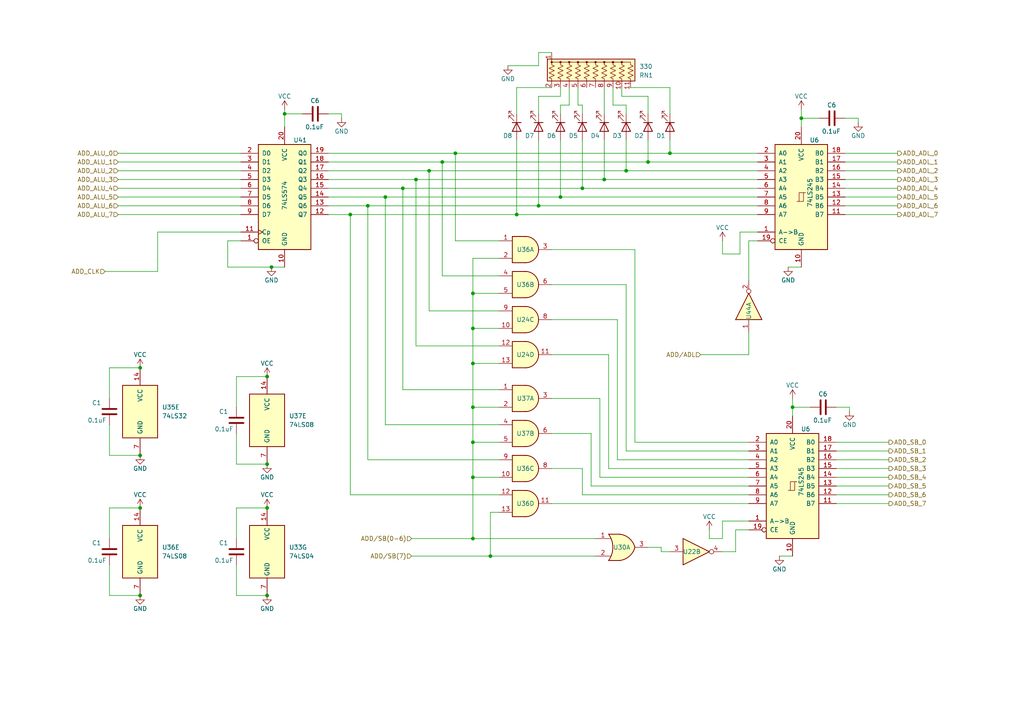
<source format=kicad_sch>
(kicad_sch (version 20230121) (generator eeschema)
  (paper "A4")
  (title_block (title "PRP-6502 -- ADD : Adder Holder Register") (date "2023-07-02") (company "PRP-DIY"))
  (lib_symbols
    (symbol "74xx:74LS04"
      (property "Reference" "U" (at 0 1.27 0))
      (property "Value" "74LS04" (at 0 -1.27 0))
      (symbol "74LS04_1_0"
        (pin input line (at -7.62 0 0) (length 3.81) (name "~") (number "1"))
        (pin output inverted (at 7.62 0 180) (length 3.81) (name "~") (number "2"))
      )
      (symbol "74LS04_2_0"
        (pin input line (at -7.62 0 0) (length 3.81) (name "~") (number "3"))
        (pin output inverted (at 7.62 0 180) (length 3.81) (name "~") (number "4"))
      )
      (symbol "74LS04_3_0"
        (pin input line (at -7.62 0 0) (length 3.81) (name "~") (number "5"))
        (pin output inverted (at 7.62 0 180) (length 3.81) (name "~") (number "6"))
      )
      (symbol "74LS04_4_0"
        (pin output inverted (at 7.62 0 180) (length 3.81) (name "~") (number "8"))
        (pin input line (at -7.62 0 0) (length 3.81) (name "~") (number "9"))
      )
      (symbol "74LS04_5_0"
        (pin output inverted (at 7.62 0 180) (length 3.81) (name "~") (number "10"))
        (pin input line (at -7.62 0 0) (length 3.81) (name "~") (number "11"))
      )
      (symbol "74LS04_6_0"
        (pin output inverted (at 7.62 0 180) (length 3.81) (name "~") (number "12"))
        (pin input line (at -7.62 0 0) (length 3.81) (name "~") (number "13"))
      )
      (symbol "74LS04_7_0"
        (pin power_in line (at 0 12.7 270) (length 5.08) (name "VCC") (number "14"))
        (pin power_in line (at 0 -12.7 90) (length 5.08) (name "GND") (number "7"))
      )
    )
    (symbol "74xx:74LS08" (pin_names (offset 1.016))
      (property "Reference" "U" (at 0 1.27 0))
      (property "Value" "74LS08" (at 0 -1.27 0))
      (symbol "74LS08_1_1"
        (pin input line (at -7.62 2.54 0) (length 3.81) (name "~") (number "1"))
        (pin input line (at -7.62 -2.54 0) (length 3.81) (name "~") (number "2"))
        (pin output line (at 7.62 0 180) (length 3.81) (name "~") (number "3"))
      )
      (symbol "74LS08_1_2"
        (pin input inverted (at -7.62 2.54 0) (length 4.318) (name "~") (number "1"))
        (pin input inverted (at -7.62 -2.54 0) (length 4.318) (name "~") (number "2"))
        (pin output inverted (at 7.62 0 180) (length 3.81) (name "~") (number "3"))
      )
      (symbol "74LS08_2_1"
        (pin input line (at -7.62 2.54 0) (length 3.81) (name "~") (number "4"))
        (pin input line (at -7.62 -2.54 0) (length 3.81) (name "~") (number "5"))
        (pin output line (at 7.62 0 180) (length 3.81) (name "~") (number "6"))
      )
      (symbol "74LS08_2_2"
        (pin input inverted (at -7.62 2.54 0) (length 4.318) (name "~") (number "4"))
        (pin input inverted (at -7.62 -2.54 0) (length 4.318) (name "~") (number "5"))
        (pin output inverted (at 7.62 0 180) (length 3.81) (name "~") (number "6"))
      )
      (symbol "74LS08_3_1"
        (pin input line (at -7.62 -2.54 0) (length 3.81) (name "~") (number "10"))
        (pin output line (at 7.62 0 180) (length 3.81) (name "~") (number "8"))
        (pin input line (at -7.62 2.54 0) (length 3.81) (name "~") (number "9"))
      )
      (symbol "74LS08_3_2"
        (pin input inverted (at -7.62 -2.54 0) (length 4.318) (name "~") (number "10"))
        (pin output inverted (at 7.62 0 180) (length 3.81) (name "~") (number "8"))
        (pin input inverted (at -7.62 2.54 0) (length 4.318) (name "~") (number "9"))
      )
      (symbol "74LS08_4_1"
        (pin output line (at 7.62 0 180) (length 3.81) (name "~") (number "11"))
        (pin input line (at -7.62 2.54 0) (length 3.81) (name "~") (number "12"))
        (pin input line (at -7.62 -2.54 0) (length 3.81) (name "~") (number "13"))
      )
      (symbol "74LS08_4_2"
        (pin output inverted (at 7.62 0 180) (length 3.81) (name "~") (number "11"))
        (pin input inverted (at -7.62 2.54 0) (length 4.318) (name "~") (number "12"))
        (pin input inverted (at -7.62 -2.54 0) (length 4.318) (name "~") (number "13"))
      )
      (symbol "74LS08_5_0"
        (pin power_in line (at 0 12.7 270) (length 5.08) (name "VCC") (number "14"))
        (pin power_in line (at 0 -12.7 90) (length 5.08) (name "GND") (number "7"))
      )
    )
    (symbol "74xx:74LS245" (pin_names (offset 1.016))
      (property "Reference" "U" (at -7.62 16.51 0))
      (property "Value" "74LS245" (at -7.62 -16.51 0))
      (symbol "74LS245_1_0"
        (pin input line (at -12.7 -10.16 0) (length 5.08) (name "A->B") (number "1"))
        (pin power_in line (at 0 -20.32 90) (length 5.08) (name "GND") (number "10"))
        (pin tri_state line (at 12.7 -5.08 180) (length 5.08) (name "B7") (number "11"))
        (pin tri_state line (at 12.7 -2.54 180) (length 5.08) (name "B6") (number "12"))
        (pin tri_state line (at 12.7 0 180) (length 5.08) (name "B5") (number "13"))
        (pin tri_state line (at 12.7 2.54 180) (length 5.08) (name "B4") (number "14"))
        (pin tri_state line (at 12.7 5.08 180) (length 5.08) (name "B3") (number "15"))
        (pin tri_state line (at 12.7 7.62 180) (length 5.08) (name "B2") (number "16"))
        (pin tri_state line (at 12.7 10.16 180) (length 5.08) (name "B1") (number "17"))
        (pin tri_state line (at 12.7 12.7 180) (length 5.08) (name "B0") (number "18"))
        (pin input inverted (at -12.7 -12.7 0) (length 5.08) (name "CE") (number "19"))
        (pin tri_state line (at -12.7 12.7 0) (length 5.08) (name "A0") (number "2"))
        (pin power_in line (at 0 20.32 270) (length 5.08) (name "VCC") (number "20"))
        (pin tri_state line (at -12.7 10.16 0) (length 5.08) (name "A1") (number "3"))
        (pin tri_state line (at -12.7 7.62 0) (length 5.08) (name "A2") (number "4"))
        (pin tri_state line (at -12.7 5.08 0) (length 5.08) (name "A3") (number "5"))
        (pin tri_state line (at -12.7 2.54 0) (length 5.08) (name "A4") (number "6"))
        (pin tri_state line (at -12.7 0 0) (length 5.08) (name "A5") (number "7"))
        (pin tri_state line (at -12.7 -2.54 0) (length 5.08) (name "A6") (number "8"))
        (pin tri_state line (at -12.7 -5.08 0) (length 5.08) (name "A7") (number "9"))
      )
    )
    (symbol "74xx:74LS32" (pin_names (offset 1.016))
      (property "Reference" "U" (at 0 1.27 0))
      (property "Value" "74LS32" (at 0 -1.27 0))
      (symbol "74LS32_1_1"
        (pin input line (at -7.62 2.54 0) (length 4.318) (name "~") (number "1"))
        (pin input line (at -7.62 -2.54 0) (length 4.318) (name "~") (number "2"))
        (pin output line (at 7.62 0 180) (length 3.81) (name "~") (number "3"))
      )
      (symbol "74LS32_1_2"
        (pin input inverted (at -7.62 2.54 0) (length 3.81) (name "~") (number "1"))
        (pin input inverted (at -7.62 -2.54 0) (length 3.81) (name "~") (number "2"))
        (pin output inverted (at 7.62 0 180) (length 3.81) (name "~") (number "3"))
      )
      (symbol "74LS32_2_1"
        (pin input line (at -7.62 2.54 0) (length 4.318) (name "~") (number "4"))
        (pin input line (at -7.62 -2.54 0) (length 4.318) (name "~") (number "5"))
        (pin output line (at 7.62 0 180) (length 3.81) (name "~") (number "6"))
      )
      (symbol "74LS32_2_2"
        (pin input inverted (at -7.62 2.54 0) (length 3.81) (name "~") (number "4"))
        (pin input inverted (at -7.62 -2.54 0) (length 3.81) (name "~") (number "5"))
        (pin output inverted (at 7.62 0 180) (length 3.81) (name "~") (number "6"))
      )
      (symbol "74LS32_3_1"
        (pin input line (at -7.62 -2.54 0) (length 4.318) (name "~") (number "10"))
        (pin output line (at 7.62 0 180) (length 3.81) (name "~") (number "8"))
        (pin input line (at -7.62 2.54 0) (length 4.318) (name "~") (number "9"))
      )
      (symbol "74LS32_3_2"
        (pin input inverted (at -7.62 -2.54 0) (length 3.81) (name "~") (number "10"))
        (pin output inverted (at 7.62 0 180) (length 3.81) (name "~") (number "8"))
        (pin input inverted (at -7.62 2.54 0) (length 3.81) (name "~") (number "9"))
      )
      (symbol "74LS32_4_1"
        (pin output line (at 7.62 0 180) (length 3.81) (name "~") (number "11"))
        (pin input line (at -7.62 2.54 0) (length 4.318) (name "~") (number "12"))
        (pin input line (at -7.62 -2.54 0) (length 4.318) (name "~") (number "13"))
      )
      (symbol "74LS32_4_2"
        (pin output inverted (at 7.62 0 180) (length 3.81) (name "~") (number "11"))
        (pin input inverted (at -7.62 2.54 0) (length 3.81) (name "~") (number "12"))
        (pin input inverted (at -7.62 -2.54 0) (length 3.81) (name "~") (number "13"))
      )
      (symbol "74LS32_5_0"
        (pin power_in line (at 0 12.7 270) (length 5.08) (name "VCC") (number "14"))
        (pin power_in line (at 0 -12.7 90) (length 5.08) (name "GND") (number "7"))
      )
    )
    (symbol "74xx:74LS574" (pin_names (offset 1.016))
      (property "Reference" "U" (at -7.62 16.51 0))
      (property "Value" "74LS574" (at -7.62 -16.51 0))
      (symbol "74LS574_1_0"
        (pin input inverted (at -12.7 -12.7 0) (length 5.08) (name "OE") (number "1"))
        (pin power_in line (at 0 -20.32 90) (length 5.08) (name "GND") (number "10"))
        (pin input clock (at -12.7 -10.16 0) (length 5.08) (name "Cp") (number "11"))
        (pin tri_state line (at 12.7 -5.08 180) (length 5.08) (name "Q7") (number "12"))
        (pin tri_state line (at 12.7 -2.54 180) (length 5.08) (name "Q6") (number "13"))
        (pin tri_state line (at 12.7 0 180) (length 5.08) (name "Q5") (number "14"))
        (pin tri_state line (at 12.7 2.54 180) (length 5.08) (name "Q4") (number "15"))
        (pin tri_state line (at 12.7 5.08 180) (length 5.08) (name "Q3") (number "16"))
        (pin tri_state line (at 12.7 7.62 180) (length 5.08) (name "Q2") (number "17"))
        (pin tri_state line (at 12.7 10.16 180) (length 5.08) (name "Q1") (number "18"))
        (pin tri_state line (at 12.7 12.7 180) (length 5.08) (name "Q0") (number "19"))
        (pin input line (at -12.7 12.7 0) (length 5.08) (name "D0") (number "2"))
        (pin power_in line (at 0 20.32 270) (length 5.08) (name "VCC") (number "20"))
        (pin input line (at -12.7 10.16 0) (length 5.08) (name "D1") (number "3"))
        (pin input line (at -12.7 7.62 0) (length 5.08) (name "D2") (number "4"))
        (pin input line (at -12.7 5.08 0) (length 5.08) (name "D3") (number "5"))
        (pin input line (at -12.7 2.54 0) (length 5.08) (name "D4") (number "6"))
        (pin input line (at -12.7 0 0) (length 5.08) (name "D5") (number "7"))
        (pin input line (at -12.7 -2.54 0) (length 5.08) (name "D6") (number "8"))
        (pin input line (at -12.7 -5.08 0) (length 5.08) (name "D7") (number "9"))
      )
    )
    (symbol "Device:C" (pin_numbers hide) (pin_names (offset 0.254))
      (property "Reference" "C" (at 0.635 2.54 0))
      (property "Value" "C" (at 0.635 -2.54 0))
      (symbol "C_1_1"
        (pin passive line (at 0 3.81 270) (length 2.794) (name "~") (number "1"))
        (pin passive line (at 0 -3.81 90) (length 2.794) (name "~") (number "2"))
      )
    )
    (symbol "Device:LED" (pin_numbers hide) (pin_names (offset 1.016) hide)
      (property "Reference" "D" (at 0 2.54 0))
      (property "Value" "LED" (at 0 -2.54 0))
      (symbol "LED_1_1"
        (pin passive line (at -3.81 0 0) (length 2.54) (name "K") (number "1"))
        (pin passive line (at 3.81 0 180) (length 2.54) (name "A") (number "2"))
      )
    )
    (symbol "Device:R_Network10_US" (pin_names (offset 0) hide)
      (property "Reference" "RN" (at -15.24 0 90))
      (property "Value" "R_Network10_US" (at 12.7 0 90))
      (symbol "R_Network10_US_1_1"
        (pin passive line (at -12.7 5.08 270) (length 2.54) (name "common") (number "1"))
        (pin passive line (at 7.62 -5.08 90) (length 1.27) (name "R9") (number "10"))
        (pin passive line (at 10.16 -5.08 90) (length 1.27) (name "R10") (number "11"))
        (pin passive line (at -12.7 -5.08 90) (length 1.27) (name "R1") (number "2"))
        (pin passive line (at -10.16 -5.08 90) (length 1.27) (name "R2") (number "3"))
        (pin passive line (at -7.62 -5.08 90) (length 1.27) (name "R3") (number "4"))
        (pin passive line (at -5.08 -5.08 90) (length 1.27) (name "R4") (number "5"))
        (pin passive line (at -2.54 -5.08 90) (length 1.27) (name "R5") (number "6"))
        (pin passive line (at 0 -5.08 90) (length 1.27) (name "R6") (number "7"))
        (pin passive line (at 2.54 -5.08 90) (length 1.27) (name "R7") (number "8"))
        (pin passive line (at 5.08 -5.08 90) (length 1.27) (name "R8") (number "9"))
      )
    )
    (symbol "power:GND" (power) (pin_names (offset 0))
      (property "Value" "GND" (at 0 -3.81 0))
      (symbol "GND_1_1"
        (pin power_in line (at 0 0 270) (length 0) hide (name "GND") (number "1"))
      )
    )
    (symbol "power:VCC" (power) (pin_names (offset 0))
      (property "Value" "VCC" (at 0 3.81 0))
      (symbol "VCC_1_1"
        (pin power_in line (at 0 0 90) (length 0) hide (name "VCC") (number "1"))
      )
    )
  )
  (junction (at 78.74 77.47))
  (junction (at 128.27 46.99))
  (junction (at 149.86 62.23))
  (junction (at 181.61 49.53))
  (junction (at 124.46 49.53))
  (junction (at 40.64 172.72))
  (junction (at 82.55 33.02))
  (junction (at 232.41 34.29))
  (junction (at 137.16 95.25))
  (junction (at 137.16 85.09))
  (junction (at 162.56 57.15))
  (junction (at 137.16 128.27))
  (junction (at 156.21 59.69))
  (junction (at 101.6 62.23))
  (junction (at 168.91 54.61))
  (junction (at 40.64 106.68))
  (junction (at 77.47 134.62))
  (junction (at 137.16 105.41))
  (junction (at 111.76 57.15))
  (junction (at 106.68 59.69))
  (junction (at 116.84 54.61))
  (junction (at 132.08 44.45))
  (junction (at 137.16 138.43))
  (junction (at 229.87 118.11))
  (junction (at 40.64 132.08))
  (junction (at 120.65 52.07))
  (junction (at 187.96 46.99))
  (junction (at 142.24 161.29))
  (junction (at 77.47 109.22))
  (junction (at 137.16 118.11))
  (junction (at 77.47 147.32))
  (junction (at 175.26 52.07))
  (junction (at 40.64 147.32))
  (junction (at 77.47 172.72))
  (junction (at 194.31 44.45))
  (junction (at 137.16 156.21))
  (wire (pts (xy 95.25 46.99) (xy 128.27 46.99)))
  (wire (pts (xy 95.25 52.07) (xy 120.65 52.07)))
  (wire (pts (xy 167.64 30.48) (xy 167.64 25.4)))
  (wire (pts (xy 137.16 138.43) (xy 137.16 128.27)))
  (wire (pts (xy 217.17 102.87) (xy 217.17 96.52)))
  (wire (pts (xy 209.55 73.66) (xy 214.63 73.66)))
  (wire (pts (xy 205.74 153.67) (xy 205.74 156.21)))
  (wire (pts (xy 173.99 138.43) (xy 173.99 115.57)))
  (wire (pts (xy 162.56 27.94) (xy 162.56 25.4)))
  (wire (pts (xy 124.46 90.17) (xy 124.46 49.53)))
  (wire (pts (xy 34.29 59.69) (xy 69.85 59.69)))
  (wire (pts (xy 111.76 57.15) (xy 162.56 57.15)))
  (wire (pts (xy 242.57 138.43) (xy 257.81 138.43)))
  (wire (pts (xy 168.91 54.61) (xy 219.71 54.61)))
  (wire (pts (xy 156.21 40.64) (xy 156.21 59.69)))
  (wire (pts (xy 101.6 62.23) (xy 149.86 62.23)))
  (wire (pts (xy 95.25 62.23) (xy 101.6 62.23)))
  (wire (pts (xy 137.16 105.41) (xy 144.78 105.41)))
  (wire (pts (xy 181.61 82.55) (xy 181.61 130.81)))
  (wire (pts (xy 132.08 44.45) (xy 194.31 44.45)))
  (wire (pts (xy 34.29 44.45) (xy 69.85 44.45)))
  (wire (pts (xy 191.77 158.75) (xy 191.77 160.02)))
  (wire (pts (xy 116.84 54.61) (xy 168.91 54.61)))
  (wire (pts (xy 142.24 148.59) (xy 144.78 148.59)))
  (wire (pts (xy 120.65 52.07) (xy 175.26 52.07)))
  (wire (pts (xy 132.08 44.45) (xy 132.08 69.85)))
  (wire (pts (xy 31.75 172.72) (xy 40.64 172.72)))
  (wire (pts (xy 217.17 81.28) (xy 217.17 69.85)))
  (wire (pts (xy 95.25 33.02) (xy 99.06 33.02)))
  (wire (pts (xy 95.25 59.69) (xy 106.68 59.69)))
  (wire (pts (xy 242.57 133.35) (xy 257.81 133.35)))
  (wire (pts (xy 232.41 34.29) (xy 232.41 36.83)))
  (wire (pts (xy 116.84 113.03) (xy 116.84 54.61)))
  (wire (pts (xy 45.72 67.31) (xy 69.85 67.31)))
  (wire (pts (xy 209.55 160.02) (xy 213.36 160.02)))
  (wire (pts (xy 181.61 40.64) (xy 181.61 49.53)))
  (wire (pts (xy 228.6 77.47) (xy 232.41 77.47)))
  (wire (pts (xy 177.8 25.4) (xy 177.8 30.48)))
  (wire (pts (xy 101.6 143.51) (xy 144.78 143.51)))
  (wire (pts (xy 184.15 72.39) (xy 160.02 72.39)))
  (wire (pts (xy 106.68 59.69) (xy 156.21 59.69)))
  (wire (pts (xy 34.29 62.23) (xy 69.85 62.23)))
  (wire (pts (xy 119.38 156.21) (xy 137.16 156.21)))
  (wire (pts (xy 31.75 147.32) (xy 40.64 147.32)))
  (wire (pts (xy 30.48 78.74) (xy 45.72 78.74)))
  (wire (pts (xy 245.11 46.99) (xy 260.35 46.99)))
  (wire (pts (xy 177.8 30.48) (xy 181.61 30.48)))
  (wire (pts (xy 242.57 146.05) (xy 257.81 146.05)))
  (wire (pts (xy 229.87 118.11) (xy 234.95 118.11)))
  (wire (pts (xy 156.21 15.24) (xy 160.02 15.24)))
  (wire (pts (xy 68.58 118.11) (xy 68.58 109.22)))
  (wire (pts (xy 144.78 113.03) (xy 116.84 113.03)))
  (wire (pts (xy 82.55 31.75) (xy 82.55 33.02)))
  (wire (pts (xy 242.57 140.97) (xy 257.81 140.97)))
  (wire (pts (xy 191.77 160.02) (xy 194.31 160.02)))
  (wire (pts (xy 137.16 118.11) (xy 137.16 105.41)))
  (wire (pts (xy 144.78 69.85) (xy 132.08 69.85)))
  (wire (pts (xy 142.24 161.29) (xy 142.24 148.59)))
  (wire (pts (xy 175.26 25.4) (xy 175.26 33.02)))
  (wire (pts (xy 149.86 62.23) (xy 219.71 62.23)))
  (wire (pts (xy 137.16 118.11) (xy 144.78 118.11)))
  (wire (pts (xy 179.07 92.71) (xy 160.02 92.71)))
  (wire (pts (xy 34.29 46.99) (xy 69.85 46.99)))
  (wire (pts (xy 68.58 134.62) (xy 77.47 134.62)))
  (wire (pts (xy 68.58 163.83) (xy 68.58 172.72)))
  (wire (pts (xy 160.02 146.05) (xy 217.17 146.05)))
  (wire (pts (xy 194.31 25.4) (xy 194.31 33.02)))
  (wire (pts (xy 229.87 118.11) (xy 229.87 120.65)))
  (wire (pts (xy 213.36 160.02) (xy 213.36 153.67)))
  (wire (pts (xy 137.16 138.43) (xy 144.78 138.43)))
  (wire (pts (xy 180.34 27.94) (xy 187.96 27.94)))
  (wire (pts (xy 179.07 133.35) (xy 179.07 92.71)))
  (wire (pts (xy 34.29 52.07) (xy 69.85 52.07)))
  (wire (pts (xy 176.53 135.89) (xy 217.17 135.89)))
  (wire (pts (xy 95.25 44.45) (xy 132.08 44.45)))
  (wire (pts (xy 168.91 143.51) (xy 168.91 135.89)))
  (wire (pts (xy 31.75 163.83) (xy 31.75 172.72)))
  (wire (pts (xy 156.21 19.05) (xy 156.21 15.24)))
  (wire (pts (xy 106.68 133.35) (xy 106.68 59.69)))
  (wire (pts (xy 245.11 49.53) (xy 260.35 49.53)))
  (wire (pts (xy 217.17 143.51) (xy 168.91 143.51)))
  (wire (pts (xy 137.16 156.21) (xy 172.72 156.21)))
  (wire (pts (xy 232.41 34.29) (xy 237.49 34.29)))
  (wire (pts (xy 171.45 125.73) (xy 171.45 140.97)))
  (wire (pts (xy 242.57 130.81) (xy 257.81 130.81)))
  (wire (pts (xy 245.11 54.61) (xy 260.35 54.61)))
  (wire (pts (xy 160.02 102.87) (xy 176.53 102.87)))
  (wire (pts (xy 165.1 25.4) (xy 165.1 30.48)))
  (wire (pts (xy 69.85 69.85) (xy 66.04 69.85)))
  (wire (pts (xy 66.04 69.85) (xy 66.04 77.47)))
  (wire (pts (xy 128.27 80.01) (xy 128.27 46.99)))
  (wire (pts (xy 144.78 100.33) (xy 120.65 100.33)))
  (wire (pts (xy 168.91 33.02) (xy 168.91 30.48)))
  (wire (pts (xy 242.57 128.27) (xy 257.81 128.27)))
  (wire (pts (xy 181.61 49.53) (xy 219.71 49.53)))
  (wire (pts (xy 175.26 40.64) (xy 175.26 52.07)))
  (wire (pts (xy 68.58 147.32) (xy 77.47 147.32)))
  (wire (pts (xy 142.24 161.29) (xy 172.72 161.29)))
  (wire (pts (xy 168.91 40.64) (xy 168.91 54.61)))
  (wire (pts (xy 181.61 130.81) (xy 217.17 130.81)))
  (wire (pts (xy 248.92 34.29) (xy 248.92 35.56)))
  (wire (pts (xy 194.31 44.45) (xy 219.71 44.45)))
  (wire (pts (xy 137.16 95.25) (xy 144.78 95.25)))
  (wire (pts (xy 187.96 40.64) (xy 187.96 46.99)))
  (wire (pts (xy 160.02 125.73) (xy 171.45 125.73)))
  (wire (pts (xy 184.15 128.27) (xy 184.15 72.39)))
  (wire (pts (xy 214.63 67.31) (xy 219.71 67.31)))
  (wire (pts (xy 209.55 156.21) (xy 209.55 151.13)))
  (wire (pts (xy 144.78 133.35) (xy 106.68 133.35)))
  (wire (pts (xy 95.25 54.61) (xy 116.84 54.61)))
  (wire (pts (xy 68.58 109.22) (xy 77.47 109.22)))
  (wire (pts (xy 217.17 138.43) (xy 173.99 138.43)))
  (wire (pts (xy 128.27 46.99) (xy 187.96 46.99)))
  (wire (pts (xy 137.16 85.09) (xy 137.16 74.93)))
  (wire (pts (xy 82.55 33.02) (xy 87.63 33.02)))
  (wire (pts (xy 246.38 118.11) (xy 246.38 119.38)))
  (wire (pts (xy 124.46 49.53) (xy 181.61 49.53)))
  (wire (pts (xy 205.74 156.21) (xy 209.55 156.21)))
  (wire (pts (xy 95.25 57.15) (xy 111.76 57.15)))
  (wire (pts (xy 214.63 73.66) (xy 214.63 67.31)))
  (wire (pts (xy 176.53 102.87) (xy 176.53 135.89)))
  (wire (pts (xy 34.29 57.15) (xy 69.85 57.15)))
  (wire (pts (xy 187.96 46.99) (xy 219.71 46.99)))
  (wire (pts (xy 245.11 34.29) (xy 248.92 34.29)))
  (wire (pts (xy 137.16 95.25) (xy 137.16 85.09)))
  (wire (pts (xy 119.38 161.29) (xy 142.24 161.29)))
  (wire (pts (xy 213.36 153.67) (xy 217.17 153.67)))
  (wire (pts (xy 173.99 115.57) (xy 160.02 115.57)))
  (wire (pts (xy 245.11 52.07) (xy 260.35 52.07)))
  (wire (pts (xy 180.34 27.94) (xy 180.34 25.4)))
  (wire (pts (xy 162.56 57.15) (xy 219.71 57.15)))
  (wire (pts (xy 149.86 25.4) (xy 149.86 33.02)))
  (wire (pts (xy 217.17 69.85) (xy 219.71 69.85)))
  (wire (pts (xy 203.2 102.87) (xy 217.17 102.87)))
  (wire (pts (xy 226.06 161.29) (xy 229.87 161.29)))
  (wire (pts (xy 144.78 123.19) (xy 111.76 123.19)))
  (wire (pts (xy 187.96 27.94) (xy 187.96 33.02)))
  (wire (pts (xy 66.04 77.47) (xy 78.74 77.47)))
  (wire (pts (xy 168.91 30.48) (xy 167.64 30.48)))
  (wire (pts (xy 95.25 49.53) (xy 124.46 49.53)))
  (wire (pts (xy 147.32 19.05) (xy 156.21 19.05)))
  (wire (pts (xy 31.75 123.19) (xy 31.75 132.08)))
  (wire (pts (xy 179.07 133.35) (xy 217.17 133.35)))
  (wire (pts (xy 242.57 135.89) (xy 257.81 135.89)))
  (wire (pts (xy 137.16 105.41) (xy 137.16 95.25)))
  (wire (pts (xy 137.16 128.27) (xy 144.78 128.27)))
  (wire (pts (xy 34.29 54.61) (xy 69.85 54.61)))
  (wire (pts (xy 217.17 128.27) (xy 184.15 128.27)))
  (wire (pts (xy 45.72 78.74) (xy 45.72 67.31)))
  (wire (pts (xy 120.65 100.33) (xy 120.65 52.07)))
  (wire (pts (xy 181.61 30.48) (xy 181.61 33.02)))
  (wire (pts (xy 111.76 123.19) (xy 111.76 57.15)))
  (wire (pts (xy 99.06 33.02) (xy 99.06 34.29)))
  (wire (pts (xy 175.26 52.07) (xy 219.71 52.07)))
  (wire (pts (xy 187.96 158.75) (xy 191.77 158.75)))
  (wire (pts (xy 137.16 138.43) (xy 137.16 156.21)))
  (wire (pts (xy 31.75 106.68) (xy 40.64 106.68)))
  (wire (pts (xy 165.1 30.48) (xy 162.56 30.48)))
  (wire (pts (xy 209.55 151.13) (xy 217.17 151.13)))
  (wire (pts (xy 162.56 30.48) (xy 162.56 33.02)))
  (wire (pts (xy 34.29 49.53) (xy 69.85 49.53)))
  (wire (pts (xy 232.41 31.75) (xy 232.41 34.29)))
  (wire (pts (xy 101.6 62.23) (xy 101.6 143.51)))
  (wire (pts (xy 144.78 90.17) (xy 124.46 90.17)))
  (wire (pts (xy 242.57 143.51) (xy 257.81 143.51)))
  (wire (pts (xy 156.21 59.69) (xy 219.71 59.69)))
  (wire (pts (xy 149.86 40.64) (xy 149.86 62.23)))
  (wire (pts (xy 68.58 125.73) (xy 68.58 134.62)))
  (wire (pts (xy 156.21 27.94) (xy 156.21 33.02)))
  (wire (pts (xy 162.56 40.64) (xy 162.56 57.15)))
  (wire (pts (xy 82.55 33.02) (xy 82.55 36.83)))
  (wire (pts (xy 245.11 59.69) (xy 260.35 59.69)))
  (wire (pts (xy 245.11 57.15) (xy 260.35 57.15)))
  (wire (pts (xy 31.75 156.21) (xy 31.75 147.32)))
  (wire (pts (xy 162.56 27.94) (xy 156.21 27.94)))
  (wire (pts (xy 31.75 132.08) (xy 40.64 132.08)))
  (wire (pts (xy 78.74 77.47) (xy 82.55 77.47)))
  (wire (pts (xy 245.11 62.23) (xy 260.35 62.23)))
  (wire (pts (xy 229.87 115.57) (xy 229.87 118.11)))
  (wire (pts (xy 31.75 115.57) (xy 31.75 106.68)))
  (wire (pts (xy 160.02 25.4) (xy 149.86 25.4)))
  (wire (pts (xy 68.58 156.21) (xy 68.58 147.32)))
  (wire (pts (xy 137.16 128.27) (xy 137.16 118.11)))
  (wire (pts (xy 171.45 140.97) (xy 217.17 140.97)))
  (wire (pts (xy 137.16 85.09) (xy 144.78 85.09)))
  (wire (pts (xy 68.58 172.72) (xy 77.47 172.72)))
  (wire (pts (xy 160.02 82.55) (xy 181.61 82.55)))
  (wire (pts (xy 242.57 118.11) (xy 246.38 118.11)))
  (wire (pts (xy 182.88 25.4) (xy 194.31 25.4)))
  (wire (pts (xy 137.16 74.93) (xy 144.78 74.93)))
  (wire (pts (xy 144.78 80.01) (xy 128.27 80.01)))
  (wire (pts (xy 209.55 69.85) (xy 209.55 73.66)))
  (wire (pts (xy 168.91 135.89) (xy 160.02 135.89)))
  (wire (pts (xy 194.31 40.64) (xy 194.31 44.45)))
  (wire (pts (xy 245.11 44.45) (xy 260.35 44.45)))
  (hierarchical_label "ADD_ADL_6" (shape output) (at 260.35 59.69 0))
  (hierarchical_label "ADD_ADL_2" (shape output) (at 260.35 49.53 0))
  (hierarchical_label "ADD{slash}ADL" (shape input) (at 203.2 102.87 180))
  (hierarchical_label "ADD_SB_1" (shape output) (at 257.81 130.81 0))
  (hierarchical_label "ADD_ALU_3" (shape input) (at 34.29 52.07 180))
  (hierarchical_label "ADD_ALU_0" (shape input) (at 34.29 44.45 180))
  (hierarchical_label "ADD_SB_5" (shape output) (at 257.81 140.97 0))
  (hierarchical_label "ADD_SB_0" (shape output) (at 257.81 128.27 0))
  (hierarchical_label "ADD_SB_6" (shape output) (at 257.81 143.51 0))
  (hierarchical_label "ADD_SB_2" (shape output) (at 257.81 133.35 0))
  (hierarchical_label "ADD_ALU_5" (shape input) (at 34.29 57.15 180))
  (hierarchical_label "ADD_ADL_5" (shape output) (at 260.35 57.15 0))
  (hierarchical_label "ADD_SB_3" (shape output) (at 257.81 135.89 0))
  (hierarchical_label "ADD_ALU_7" (shape input) (at 34.29 62.23 180))
  (hierarchical_label "ADD_ADL_7" (shape output) (at 260.35 62.23 0))
  (hierarchical_label "ADD_ALU_4" (shape input) (at 34.29 54.61 180))
  (hierarchical_label "ADD_ADL_1" (shape output) (at 260.35 46.99 0))
  (hierarchical_label "ADD{slash}SB(0-6)" (shape input) (at 119.38 156.21 180))
  (hierarchical_label "ADD_ALU_2" (shape input) (at 34.29 49.53 180))
  (hierarchical_label "ADD_ADL_4" (shape output) (at 260.35 54.61 0))
  (hierarchical_label "ADD_SB_4" (shape output) (at 257.81 138.43 0))
  (hierarchical_label "ADD_SB_7" (shape output) (at 257.81 146.05 0))
  (hierarchical_label "ADD_CLK" (shape input) (at 30.48 78.74 180))
  (hierarchical_label "ADD_ADL_0" (shape output) (at 260.35 44.45 0))
  (hierarchical_label "ADD{slash}SB(7)" (shape input) (at 119.38 161.29 180))
  (hierarchical_label "ADD_ALU_6" (shape input) (at 34.29 59.69 180))
  (hierarchical_label "ADD_ALU_1" (shape input) (at 34.29 46.99 180))
  (hierarchical_label "ADD_ADL_3" (shape output) (at 260.35 52.07 0))
  (symbol (lib_id "74xx:74LS574") (at 82.55 57.15 0) (unit 1)
    (property "Reference" "U41" (at 85.09 40.64 0) (effects (justify left)))
    (property "Value" "74LS574" (at 82.55 60.96 90) (effects (justify left)))
    (property "Datasheet" "http://www.ti.com/lit/gpn/sn74LS574" (effects hide))
  )
  (symbol (lib_id "Device:C") (at 241.3 34.29 90) (unit 1)
    (property "Reference" "C6" (at 242.57 30.48 90) (effects (justify left)))
    (property "Value" "0.1uF" (at 243.84 38.1 90) (effects (justify left)))
    (instances (project "8bit_CPU-V0_1" (path "" (reference "C6") (unit 1)) (path "" (reference "C16") (unit 1)) (path "" (reference "C13") (unit 1)) (path "" (reference "C26") (unit 1)) (path "" (reference "C31") (unit 1)) (path "" (reference "C33") (unit 1)) (path "" (reference "C39") (unit 1))))
  )
  (symbol (lib_id "74xx:74LS245") (at 229.87 140.97 0) (unit 1)
    (property "Reference" "U6" (at 233.68 124.46 0))
    (property "Value" "74LS245" (at 232.41 139.7 90))
    (property "Datasheet" "http://www.ti.com/lit/gpn/sn74LS245" (effects hide))
    (instances (project "8bit_CPU-V0_1" (path "" (reference "U6") (unit 1)) (path "" (reference "U16") (unit 1)) (path "" (reference "U13") (unit 1)) (path "" (reference "U28") (unit 1)) (path "" (reference "U32") (unit 1)) (path "" (reference "U34") (unit 1)) (path "" (reference "U42") (unit 1))))
  )
  (symbol (lib_id "power:GND") (at 147.32 19.05 0) (unit 1)
    (property "Reference" "#PWR03" (effects hide))
    (property "Value" "GND" (at 147.32 22.86 0))
    (instances (project "8bit_CPU-V0_1" (path "" (reference "#PWR03") (unit 1)) (path "" (reference "#PWR0106") (unit 1))))
  )
  (symbol (lib_id "power:GND") (at 246.38 119.38 0) (unit 1)
    (property "Reference" "#PWR017" (effects hide))
    (property "Value" "GND" (at 246.38 123.19 0))
    (instances (project "8bit_CPU-V0_1" (path "" (reference "#PWR017") (unit 1)) (path "" (reference "#PWR044") (unit 1)) (path "" (reference "#PWR065") (unit 1)) (path "" (reference "#PWR077") (unit 1)) (path "" (reference "#PWR089") (unit 1)) (path "" (reference "#PWR097") (unit 1)) (path "" (reference "#PWR0118") (unit 1))))
  )
  (symbol (lib_id "power:GND") (at 40.64 172.72 0) (unit 1)
    (property "Reference" "#PWR05" (effects hide))
    (property "Value" "GND" (at 40.64 176.53 0))
    (instances (project "8bit_CPU-V0_1" (path "" (reference "#PWR05") (unit 1)) (path "" (reference "#PWR029") (unit 1)) (path "" (reference "#PWR061") (unit 1)) (path "" (reference "#PWR071") (unit 1)) (path "" (reference "#PWR073") (unit 1)) (path "" (reference "#PWR085") (unit 1)) (path "" (reference "#PWR0101") (unit 1))))
  )
  (symbol (lib_id "Device:C") (at 68.58 160.02 0) (unit 1)
    (property "Reference" "C1" (at 63.5 157.48 0) (effects (justify left)))
    (property "Value" "0.1uF" (at 62.23 162.56 0) (effects (justify left)))
    (instances (project "8bit_CPU-V0_1" (path "" (reference "C1") (unit 1)) (path "" (reference "C13") (unit 1)) (path "" (reference "C20") (unit 1)) (path "" (reference "C23") (unit 1)) (path "" (reference "C25") (unit 1)) (path "" (reference "C30") (unit 1)) (path "" (reference "C40") (unit 1))))
  )
  (symbol (lib_id "Device:C") (at 31.75 160.02 0) (unit 1)
    (property "Reference" "C1" (at 26.67 157.48 0) (effects (justify left)))
    (property "Value" "0.1uF" (at 25.4 162.56 0) (effects (justify left)))
    (instances (project "8bit_CPU-V0_1" (path "" (reference "C1") (unit 1)) (path "" (reference "C13") (unit 1)) (path "" (reference "C20") (unit 1)) (path "" (reference "C23") (unit 1)) (path "" (reference "C25") (unit 1)) (path "" (reference "C30") (unit 1)) (path "" (reference "C35") (unit 1))))
  )
  (symbol (lib_id "power:GND") (at 78.74 77.47 0) (unit 1)
    (property "Reference" "#PWR021" (effects hide))
    (property "Value" "GND" (at 78.74 81.28 0))
    (instances (project "8bit_CPU-V0_1" (path "" (reference "#PWR021") (unit 1)) (path "" (reference "#PWR042") (unit 1)) (path "" (reference "#PWR029") (unit 1)) (path "" (reference "#PWR075") (unit 1)) (path "" (reference "#PWR087") (unit 1)) (path "" (reference "#PWR095") (unit 1)) (path "" (reference "#PWR0109") (unit 1))))
  )
  (symbol (lib_id "74xx:74LS08") (at 152.4 72.39 0) (unit 1)
    (property "Reference" "U36" (at 152.4 72.39 0))
    (property "Value" "74LS08" (effects hide))
    (property "Datasheet" "http://www.ti.com/lit/gpn/sn74LS08" (effects hide))
  )
  (symbol (lib_id "Device:LED") (at 194.31 36.83 270) (unit 1)
    (property "Reference" "D1" (at 193.04 39.37 90) (effects (justify right)))
    (property "Value" "LED" (effects hide))
    (instances (project "8bit_CPU-V0_1" (path "" (reference "D1") (unit 1)) (path "" (reference "D17") (unit 1))))
  )
  (symbol (lib_id "Device:LED") (at 149.86 36.83 270) (unit 1)
    (property "Reference" "D8" (at 148.59 39.37 90) (effects (justify right)))
    (property "Value" "LED" (effects hide))
    (instances (project "8bit_CPU-V0_1" (path "" (reference "D8") (unit 1)) (path "" (reference "D24") (unit 1))))
  )
  (symbol (lib_id "74xx:74LS04") (at 201.93 160.02 0) (unit 2)
    (property "Reference" "U22" (at 200.66 160.02 0))
    (property "Value" "74LS04" (effects hide))
    (property "Datasheet" "http://www.ti.com/lit/gpn/sn74LS04" (effects hide))
  )
  (symbol (lib_id "power:VCC") (at 77.47 109.22 0) (unit 1)
    (property "Reference" "#PWR06" (effects hide))
    (property "Value" "VCC" (at 77.47 105.41 0))
    (instances (project "8bit_CPU-V0_1" (path "" (reference "#PWR06") (unit 1)) (path "" (reference "#PWR028") (unit 1)) (path "" (reference "#PWR060") (unit 1)) (path "" (reference "#PWR070") (unit 1)) (path "" (reference "#PWR072") (unit 1)) (path "" (reference "#PWR084") (unit 1)) (path "" (reference "#PWR0102") (unit 1))))
  )
  (symbol (lib_id "74xx:74LS08") (at 152.4 115.57 0) (unit 1)
    (property "Reference" "U37" (at 152.4 115.57 0))
    (property "Value" "74LS08" (effects hide))
    (property "Datasheet" "http://www.ti.com/lit/gpn/sn74LS08" (effects hide))
  )
  (symbol (lib_id "Device:C") (at 91.44 33.02 90) (unit 1)
    (property "Reference" "C6" (at 92.71 29.21 90) (effects (justify left)))
    (property "Value" "0.1uF" (at 93.98 36.83 90) (effects (justify left)))
    (instances (project "8bit_CPU-V0_1" (path "" (reference "C6") (unit 1)) (path "" (reference "C16") (unit 1)) (path "" (reference "C13") (unit 1)) (path "" (reference "C26") (unit 1)) (path "" (reference "C31") (unit 1)) (path "" (reference "C33") (unit 1)) (path "" (reference "C37") (unit 1))))
  )
  (symbol (lib_id "74xx:74LS08") (at 40.64 160.02 0) (unit 5)
    (property "Reference" "U36" (at 46.99 158.75 0) (effects (justify left)))
    (property "Value" "74LS08" (at 46.99 161.29 0) (effects (justify left)))
    (property "Datasheet" "http://www.ti.com/lit/gpn/sn74LS08" (effects hide))
  )
  (symbol (lib_id "power:GND") (at 226.06 161.29 0) (unit 1)
    (property "Reference" "#PWR021" (effects hide))
    (property "Value" "GND" (at 226.06 165.1 0))
    (instances (project "8bit_CPU-V0_1" (path "" (reference "#PWR021") (unit 1)) (path "" (reference "#PWR042") (unit 1)) (path "" (reference "#PWR029") (unit 1)) (path "" (reference "#PWR075") (unit 1)) (path "" (reference "#PWR087") (unit 1)) (path "" (reference "#PWR095") (unit 1)) (path "" (reference "#PWR0114") (unit 1))))
  )
  (symbol (lib_id "74xx:74LS08") (at 152.4 82.55 0) (unit 2)
    (property "Reference" "U36" (at 152.4 82.55 0))
    (property "Value" "74LS08" (effects hide))
    (property "Datasheet" "http://www.ti.com/lit/gpn/sn74LS08" (effects hide))
  )
  (symbol (lib_id "Device:R_Network10_US") (at 172.72 20.32 0) (unit 1)
    (property "Reference" "RN1" (at 185.42 21.844 0) (effects (justify left)))
    (property "Value" "330" (at 185.42 19.304 0) (effects (justify left)))
    (property "Footprint" "Resistor_THT:R_Array_SIP11" (effects hide))
    (property "Datasheet" "http://www.vishay.com/docs/31509/csc.pdf" (effects hide))
    (instances (project "8bit_CPU-V0_1" (path "" (reference "RN1") (unit 1)) (path "" (reference "RN4") (unit 1))))
  )
  (symbol (lib_id "power:GND") (at 77.47 134.62 0) (unit 1)
    (property "Reference" "#PWR05" (effects hide))
    (property "Value" "GND" (at 77.47 138.43 0))
    (instances (project "8bit_CPU-V0_1" (path "" (reference "#PWR05") (unit 1)) (path "" (reference "#PWR029") (unit 1)) (path "" (reference "#PWR061") (unit 1)) (path "" (reference "#PWR071") (unit 1)) (path "" (reference "#PWR073") (unit 1)) (path "" (reference "#PWR085") (unit 1)) (path "" (reference "#PWR0103") (unit 1))))
  )
  (symbol (lib_id "Device:C") (at 68.58 121.92 0) (unit 1)
    (property "Reference" "C1" (at 63.5 119.38 0) (effects (justify left)))
    (property "Value" "0.1uF" (at 62.23 124.46 0) (effects (justify left)))
    (instances (project "8bit_CPU-V0_1" (path "" (reference "C1") (unit 1)) (path "" (reference "C13") (unit 1)) (path "" (reference "C20") (unit 1)) (path "" (reference "C23") (unit 1)) (path "" (reference "C25") (unit 1)) (path "" (reference "C30") (unit 1)) (path "" (reference "C36") (unit 1))))
  )
  (symbol (lib_id "74xx:74LS32") (at 180.34 158.75 0) (unit 1)
    (property "Reference" "U30" (at 180.3483 158.75 0))
    (property "Value" "74LS32" (effects hide))
    (property "Datasheet" "http://www.ti.com/lit/gpn/sn74LS32" (effects hide))
  )
  (symbol (lib_id "power:VCC") (at 40.64 106.68 0) (unit 1)
    (property "Reference" "#PWR06" (effects hide))
    (property "Value" "VCC" (at 40.64 102.87 0))
    (instances (project "8bit_CPU-V0_1" (path "" (reference "#PWR06") (unit 1)) (path "" (reference "#PWR028") (unit 1)) (path "" (reference "#PWR060") (unit 1)) (path "" (reference "#PWR070") (unit 1)) (path "" (reference "#PWR072") (unit 1)) (path "" (reference "#PWR084") (unit 1)) (path "" (reference "#PWR098") (unit 1))))
  )
  (symbol (lib_id "Device:C") (at 238.76 118.11 90) (unit 1)
    (property "Reference" "C6" (at 240.03 114.3 90) (effects (justify left)))
    (property "Value" "0.1uF" (at 241.3 121.92 90) (effects (justify left)))
    (instances (project "8bit_CPU-V0_1" (path "" (reference "C6") (unit 1)) (path "" (reference "C16") (unit 1)) (path "" (reference "C13") (unit 1)) (path "" (reference "C26") (unit 1)) (path "" (reference "C31") (unit 1)) (path "" (reference "C33") (unit 1)) (path "" (reference "C38") (unit 1))))
  )
  (symbol (lib_id "Device:LED") (at 162.56 36.83 270) (unit 1)
    (property "Reference" "D6" (at 161.29 39.37 90) (effects (justify right)))
    (property "Value" "LED" (effects hide))
    (instances (project "8bit_CPU-V0_1" (path "" (reference "D6") (unit 1)) (path "" (reference "D22") (unit 1))))
  )
  (symbol (lib_id "74xx:74LS08") (at 152.4 125.73 0) (unit 2)
    (property "Reference" "U37" (at 152.4 125.73 0))
    (property "Value" "74LS08" (effects hide))
    (property "Datasheet" "http://www.ti.com/lit/gpn/sn74LS08" (effects hide))
  )
  (symbol (lib_id "74xx:74LS04") (at 217.17 88.9 90) (unit 1)
    (property "Reference" "U44" (at 217.17 90.17 0))
    (property "Value" "74LS04" (effects hide))
    (property "Datasheet" "http://www.ti.com/lit/gpn/sn74LS04" (effects hide))
  )
  (symbol (lib_id "Device:LED") (at 175.26 36.83 270) (unit 1)
    (property "Reference" "D4" (at 173.99 39.37 90) (effects (justify right)))
    (property "Value" "LED" (effects hide))
    (instances (project "8bit_CPU-V0_1" (path "" (reference "D4") (unit 1)) (path "" (reference "D20") (unit 1))))
  )
  (symbol (lib_id "Device:C") (at 31.75 119.38 0) (unit 1)
    (property "Reference" "C1" (at 26.67 116.84 0) (effects (justify left)))
    (property "Value" "0.1uF" (at 25.4 121.92 0) (effects (justify left)))
    (instances (project "8bit_CPU-V0_1" (path "" (reference "C1") (unit 1)) (path "" (reference "C13") (unit 1)) (path "" (reference "C20") (unit 1)) (path "" (reference "C23") (unit 1)) (path "" (reference "C25") (unit 1)) (path "" (reference "C30") (unit 1)) (path "" (reference "C34") (unit 1))))
  )
  (symbol (lib_id "Device:LED") (at 156.21 36.83 270) (unit 1)
    (property "Reference" "D7" (at 154.94 39.37 90) (effects (justify right)))
    (property "Value" "LED" (effects hide))
    (instances (project "8bit_CPU-V0_1" (path "" (reference "D7") (unit 1)) (path "" (reference "D23") (unit 1))))
  )
  (symbol (lib_id "power:VCC") (at 82.55 31.75 0) (unit 1)
    (property "Reference" "#PWR016" (effects hide))
    (property "Value" "VCC" (at 82.55 27.94 0))
    (instances (project "8bit_CPU-V0_1" (path "" (reference "#PWR016") (unit 1)) (path "" (reference "#PWR043") (unit 1)) (path "" (reference "#PWR064") (unit 1)) (path "" (reference "#PWR076") (unit 1)) (path "" (reference "#PWR088") (unit 1)) (path "" (reference "#PWR096") (unit 1)) (path "" (reference "#PWR0110") (unit 1))))
  )
  (symbol (lib_id "power:VCC") (at 40.64 147.32 0) (unit 1)
    (property "Reference" "#PWR06" (effects hide))
    (property "Value" "VCC" (at 40.64 143.51 0))
    (instances (project "8bit_CPU-V0_1" (path "" (reference "#PWR06") (unit 1)) (path "" (reference "#PWR028") (unit 1)) (path "" (reference "#PWR060") (unit 1)) (path "" (reference "#PWR070") (unit 1)) (path "" (reference "#PWR072") (unit 1)) (path "" (reference "#PWR084") (unit 1)) (path "" (reference "#PWR0100") (unit 1))))
  )
  (symbol (lib_id "Device:LED") (at 181.61 36.83 270) (unit 1)
    (property "Reference" "D3" (at 180.34 39.37 90) (effects (justify right)))
    (property "Value" "LED" (effects hide))
    (instances (project "8bit_CPU-V0_1" (path "" (reference "D3") (unit 1)) (path "" (reference "D19") (unit 1))))
  )
  (symbol (lib_id "power:GND") (at 77.47 172.72 0) (unit 1)
    (property "Reference" "#PWR05" (effects hide))
    (property "Value" "GND" (at 77.47 176.53 0))
    (instances (project "8bit_CPU-V0_1" (path "" (reference "#PWR05") (unit 1)) (path "" (reference "#PWR029") (unit 1)) (path "" (reference "#PWR061") (unit 1)) (path "" (reference "#PWR071") (unit 1)) (path "" (reference "#PWR073") (unit 1)) (path "" (reference "#PWR085") (unit 1)) (path "" (reference "#PWR0105") (unit 1))))
  )
  (symbol (lib_id "power:VCC") (at 229.87 115.57 0) (unit 1)
    (property "Reference" "#PWR016" (effects hide))
    (property "Value" "VCC" (at 229.87 111.76 0))
    (instances (project "8bit_CPU-V0_1" (path "" (reference "#PWR016") (unit 1)) (path "" (reference "#PWR043") (unit 1)) (path "" (reference "#PWR064") (unit 1)) (path "" (reference "#PWR076") (unit 1)) (path "" (reference "#PWR088") (unit 1)) (path "" (reference "#PWR096") (unit 1)) (path "" (reference "#PWR0116") (unit 1))))
  )
  (symbol (lib_id "power:VCC") (at 77.47 147.32 0) (unit 1)
    (property "Reference" "#PWR06" (effects hide))
    (property "Value" "VCC" (at 77.47 143.51 0))
    (instances (project "8bit_CPU-V0_1" (path "" (reference "#PWR06") (unit 1)) (path "" (reference "#PWR028") (unit 1)) (path "" (reference "#PWR060") (unit 1)) (path "" (reference "#PWR070") (unit 1)) (path "" (reference "#PWR072") (unit 1)) (path "" (reference "#PWR084") (unit 1)) (path "" (reference "#PWR0104") (unit 1))))
  )
  (symbol (lib_id "power:VCC") (at 205.74 153.67 0) (unit 1)
    (property "Reference" "#PWR016" (effects hide))
    (property "Value" "VCC" (at 205.74 149.86 0))
    (instances (project "8bit_CPU-V0_1" (path "" (reference "#PWR016") (unit 1)) (path "" (reference "#PWR043") (unit 1)) (path "" (reference "#PWR064") (unit 1)) (path "" (reference "#PWR076") (unit 1)) (path "" (reference "#PWR088") (unit 1)) (path "" (reference "#PWR096") (unit 1)) (path "" (reference "#PWR0113") (unit 1))))
  )
  (symbol (lib_id "74xx:74LS08") (at 152.4 102.87 0) (unit 4)
    (property "Reference" "U24" (at 152.4 102.87 0))
    (property "Value" "74LS08" (effects hide))
    (property "Datasheet" "http://www.ti.com/lit/gpn/sn74LS08" (effects hide))
  )
  (symbol (lib_id "power:VCC") (at 232.41 31.75 0) (unit 1)
    (property "Reference" "#PWR016" (effects hide))
    (property "Value" "VCC" (at 232.41 27.94 0))
    (instances (project "8bit_CPU-V0_1" (path "" (reference "#PWR016") (unit 1)) (path "" (reference "#PWR043") (unit 1)) (path "" (reference "#PWR064") (unit 1)) (path "" (reference "#PWR076") (unit 1)) (path "" (reference "#PWR088") (unit 1)) (path "" (reference "#PWR096") (unit 1)) (path "" (reference "#PWR0117") (unit 1))))
  )
  (symbol (lib_id "Device:LED") (at 187.96 36.83 270) (unit 1)
    (property "Reference" "D2" (at 186.69 39.37 90) (effects (justify right)))
    (property "Value" "LED" (effects hide))
    (instances (project "8bit_CPU-V0_1" (path "" (reference "D2") (unit 1)) (path "" (reference "D18") (unit 1))))
  )
  (symbol (lib_id "74xx:74LS08") (at 152.4 92.71 0) (unit 3)
    (property "Reference" "U24" (at 152.4 92.71 0))
    (property "Value" "74LS08" (effects hide))
    (property "Datasheet" "http://www.ti.com/lit/gpn/sn74LS08" (effects hide))
  )
  (symbol (lib_id "power:VCC") (at 209.55 69.85 0) (unit 1)
    (property "Reference" "#PWR016" (effects hide))
    (property "Value" "VCC" (at 209.55 66.04 0))
    (instances (project "8bit_CPU-V0_1" (path "" (reference "#PWR016") (unit 1)) (path "" (reference "#PWR043") (unit 1)) (path "" (reference "#PWR064") (unit 1)) (path "" (reference "#PWR076") (unit 1)) (path "" (reference "#PWR088") (unit 1)) (path "" (reference "#PWR096") (unit 1)) (path "" (reference "#PWR0112") (unit 1))))
  )
  (symbol (lib_id "power:GND") (at 99.06 34.29 0) (unit 1)
    (property "Reference" "#PWR017" (effects hide))
    (property "Value" "GND" (at 99.06 38.1 0))
    (instances (project "8bit_CPU-V0_1" (path "" (reference "#PWR017") (unit 1)) (path "" (reference "#PWR044") (unit 1)) (path "" (reference "#PWR065") (unit 1)) (path "" (reference "#PWR077") (unit 1)) (path "" (reference "#PWR089") (unit 1)) (path "" (reference "#PWR097") (unit 1)) (path "" (reference "#PWR0111") (unit 1))))
  )
  (symbol (lib_id "power:GND") (at 228.6 77.47 0) (unit 1)
    (property "Reference" "#PWR021" (effects hide))
    (property "Value" "GND" (at 228.6 81.28 0))
    (instances (project "8bit_CPU-V0_1" (path "" (reference "#PWR021") (unit 1)) (path "" (reference "#PWR042") (unit 1)) (path "" (reference "#PWR029") (unit 1)) (path "" (reference "#PWR075") (unit 1)) (path "" (reference "#PWR087") (unit 1)) (path "" (reference "#PWR095") (unit 1)) (path "" (reference "#PWR0115") (unit 1))))
  )
  (symbol (lib_id "74xx:74LS245") (at 232.41 57.15 0) (unit 1)
    (property "Reference" "U6" (at 236.22 40.64 0))
    (property "Value" "74LS245" (at 234.95 55.88 90))
    (property "Datasheet" "http://www.ti.com/lit/gpn/sn74LS245" (effects hide))
    (instances (project "8bit_CPU-V0_1" (path "" (reference "U6") (unit 1)) (path "" (reference "U16") (unit 1)) (path "" (reference "U13") (unit 1)) (path "" (reference "U28") (unit 1)) (path "" (reference "U32") (unit 1)) (path "" (reference "U34") (unit 1)) (path "" (reference "U43") (unit 1))))
  )
  (symbol (lib_id "power:GND") (at 40.64 132.08 0) (unit 1)
    (property "Reference" "#PWR05" (effects hide))
    (property "Value" "GND" (at 40.64 135.89 0))
    (instances (project "8bit_CPU-V0_1" (path "" (reference "#PWR05") (unit 1)) (path "" (reference "#PWR029") (unit 1)) (path "" (reference "#PWR061") (unit 1)) (path "" (reference "#PWR071") (unit 1)) (path "" (reference "#PWR073") (unit 1)) (path "" (reference "#PWR085") (unit 1)) (path "" (reference "#PWR099") (unit 1))))
  )
  (symbol (lib_id "74xx:74LS32") (at 40.64 119.38 0) (unit 5)
    (property "Reference" "U35" (at 46.99 118.11 0) (effects (justify left)))
    (property "Value" "74LS32" (at 46.99 120.65 0) (effects (justify left)))
    (property "Datasheet" "http://www.ti.com/lit/gpn/sn74LS32" (effects hide))
  )
  (symbol (lib_id "74xx:74LS04") (at 77.47 160.02 0) (unit 7)
    (property "Reference" "U33" (at 83.82 158.75 0) (effects (justify left)))
    (property "Value" "74LS04" (at 83.82 161.29 0) (effects (justify left)))
    (property "Datasheet" "http://www.ti.com/lit/gpn/sn74LS04" (effects hide))
  )
  (symbol (lib_id "Device:LED") (at 168.91 36.83 270) (unit 1)
    (property "Reference" "D5" (at 167.64 39.37 90) (effects (justify right)))
    (property "Value" "LED" (effects hide))
    (instances (project "8bit_CPU-V0_1" (path "" (reference "D5") (unit 1)) (path "" (reference "D21") (unit 1))))
  )
  (symbol (lib_id "74xx:74LS08") (at 152.4 135.89 0) (unit 3)
    (property "Reference" "U36" (at 152.4 135.89 0))
    (property "Value" "74LS08" (effects hide))
    (property "Datasheet" "http://www.ti.com/lit/gpn/sn74LS08" (effects hide))
  )
  (symbol (lib_id "power:GND") (at 248.92 35.56 0) (unit 1)
    (property "Reference" "#PWR017" (effects hide))
    (property "Value" "GND" (at 248.92 39.37 0))
    (instances (project "8bit_CPU-V0_1" (path "" (reference "#PWR017") (unit 1)) (path "" (reference "#PWR044") (unit 1)) (path "" (reference "#PWR065") (unit 1)) (path "" (reference "#PWR077") (unit 1)) (path "" (reference "#PWR089") (unit 1)) (path "" (reference "#PWR097") (unit 1)) (path "" (reference "#PWR0119") (unit 1))))
  )
  (symbol (lib_id "74xx:74LS08") (at 152.4 146.05 0) (unit 4)
    (property "Reference" "U36" (at 152.4 146.05 0))
    (property "Value" "74LS08" (effects hide))
    (property "Datasheet" "http://www.ti.com/lit/gpn/sn74LS08" (effects hide))
  )
  (symbol (lib_id "74xx:74LS08") (at 77.47 121.92 0) (unit 5)
    (property "Reference" "U37" (at 83.82 120.65 0) (effects (justify left)))
    (property "Value" "74LS08" (at 83.82 123.19 0) (effects (justify left)))
    (property "Datasheet" "http://www.ti.com/lit/gpn/sn74LS08" (effects hide))
  )
)
</source>
